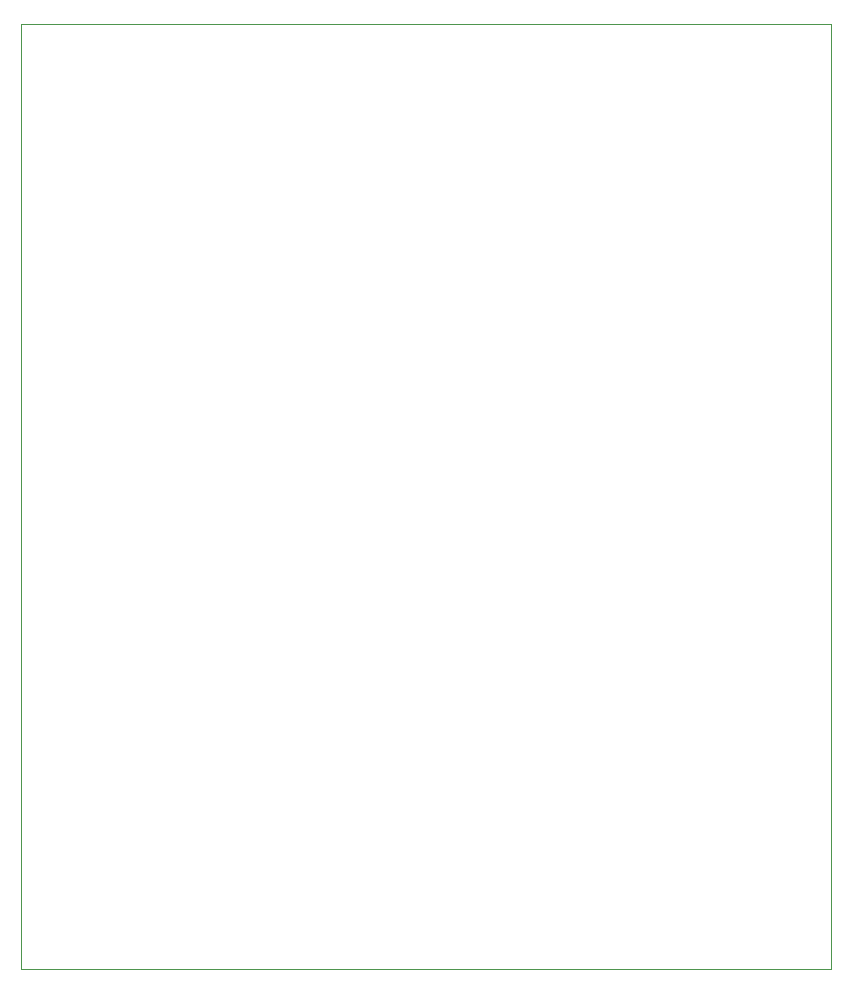
<source format=gbr>
%TF.GenerationSoftware,KiCad,Pcbnew,9.0.3-9.0.3-0~ubuntu24.04.1*%
%TF.CreationDate,2025-08-25T07:49:17-04:00*%
%TF.ProjectId,optical-carrier,6f707469-6361-46c2-9d63-617272696572,rev?*%
%TF.SameCoordinates,Original*%
%TF.FileFunction,Profile,NP*%
%FSLAX46Y46*%
G04 Gerber Fmt 4.6, Leading zero omitted, Abs format (unit mm)*
G04 Created by KiCad (PCBNEW 9.0.3-9.0.3-0~ubuntu24.04.1) date 2025-08-25 07:49:17*
%MOMM*%
%LPD*%
G01*
G04 APERTURE LIST*
%TA.AperFunction,Profile*%
%ADD10C,0.050000*%
%TD*%
G04 APERTURE END LIST*
D10*
X170176000Y-55887000D02*
X238756000Y-55887000D01*
X238756000Y-135897000D01*
X170176000Y-135897000D01*
X170176000Y-55887000D01*
M02*

</source>
